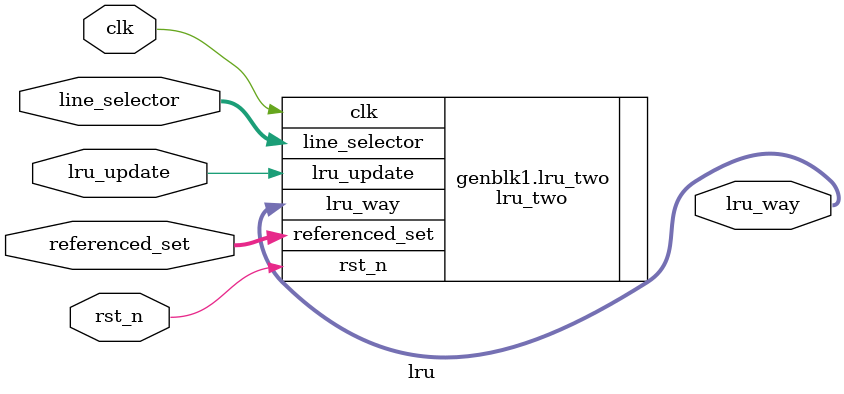
<source format=sv>
/*
 * @info LRU Top Module
 * @info Top-Module: lru_two.sv, lru_more.sv
 *
 * @author VLSI Lab, EE dept., Democritus University of Thrace
 *
 * @param ASSOCIATIVITY: The cache assosiativity
 * @param ENTRIES      : The total addressable entries.
 * @param INDEX_BITS   : The address width
 * @param OUTPUT_BITS  : The Output width
 */
module lru #(ASSOCIATIVITY=2,ENTRIES=256,INDEX_BITS=8,OUTPUT_BITS=2) (
    input  logic                   clk           ,
    input  logic                   rst_n         ,
    input  logic [ INDEX_BITS-1:0] line_selector ,
    input  logic [OUTPUT_BITS-1:0] referenced_set,
    input  logic                   lru_update    ,
    output logic [OUTPUT_BITS-1:0] lru_way
);
	generate
		if(ASSOCIATIVITY==2) begin
			//instantiate the 2-way LRU module
			lru_two #(ENTRIES,INDEX_BITS)
			lru_two(.clk            (clk),
				    .rst_n          (rst_n),
				    .line_selector  (line_selector),
				    .referenced_set (referenced_set),
				    .lru_update     (lru_update),
				    .lru_way        (lru_way));
		end else if(ASSOCIATIVITY>2) begin
			//instantiate the >2-way LRU module
			lru_more #(ASSOCIATIVITY,ENTRIES,INDEX_BITS,OUTPUT_BITS)
			lru_more(.clk            (clk),
				 	.rst_n          (rst_n),
				 	.line_selector  (line_selector),
				 	.referenced_set (referenced_set),
				 	.lru_update     (lru_update),
				 	.lru_way        (lru_way));
		end
	endgenerate

endmodule
</source>
